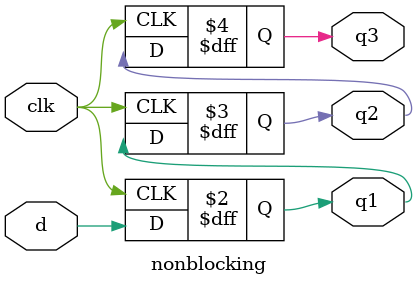
<source format=sv>
module nonblocking (input logic clk, d, output logic q1, q2, q3);
    always @(posedge clk) begin
        q1 <= d;
        q2 <= q1;
        q3 <= q2;
    end 
endmodule


</source>
